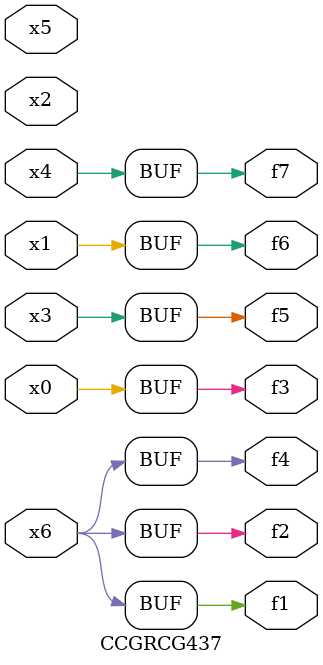
<source format=v>
module CCGRCG437(
	input x0, x1, x2, x3, x4, x5, x6,
	output f1, f2, f3, f4, f5, f6, f7
);
	assign f1 = x6;
	assign f2 = x6;
	assign f3 = x0;
	assign f4 = x6;
	assign f5 = x3;
	assign f6 = x1;
	assign f7 = x4;
endmodule

</source>
